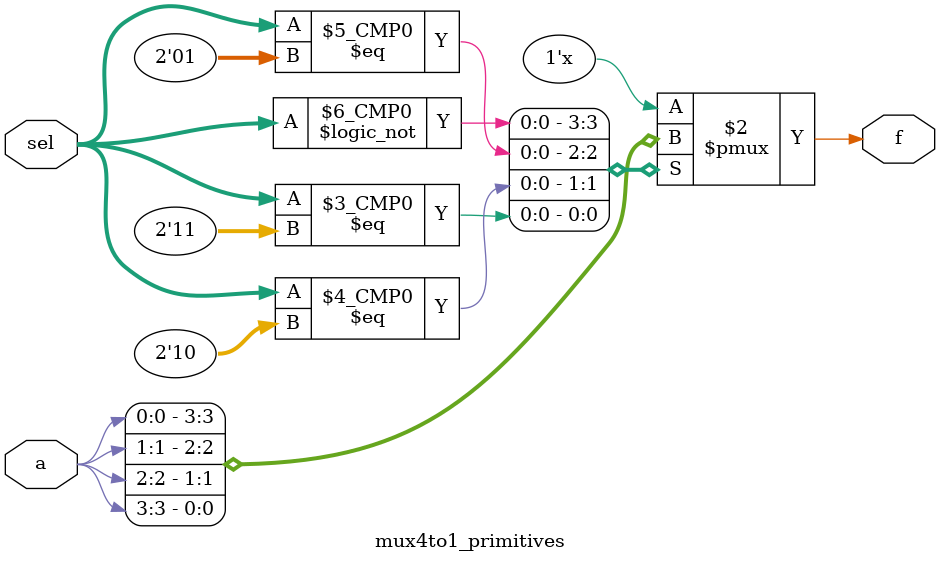
<source format=v>
`timescale 1ns/100ps

module mux4to1_primitives(f ,a, sel);

	output f;
	input [3:0] a;
	input [1:0] sel;

	reg f;
	always @(sel)
	 case(sel)
	  2'b00:f<=a[0];
	  2'b01:f<=a[1];
	  2'b10:f<=a[2];
	  2'b11:f<=a[3];
	  default:f<=a[0];
	 endcase

endmodule

</source>
